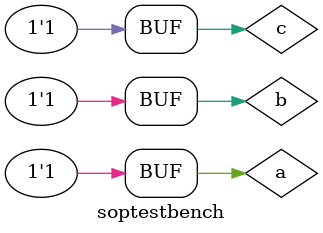
<source format=v>
`timescale 1ns / 1ps
module soptestbench(
    );
	 reg a, b, c ;
	 wire y;
	 sopexample dut(a,b,c,y);
	 
	 initial begin
	 
		 a = 0 ;  b = 0 ; c = 0 ; #10; // 000
		 c = 1 ; #10;// 001
		 b = 1 ; c = 0 ; #10;// 010
		 c = 1 ; #10;
		 
		 a = 1 ; b = 0; c = 0 ; #10;
		 c = 1 ; #10;
		 b = 1 ; c = 0 ; #10;
		 c = 1 ; #10; // 111
	 
	 end
	 
	 


endmodule

</source>
